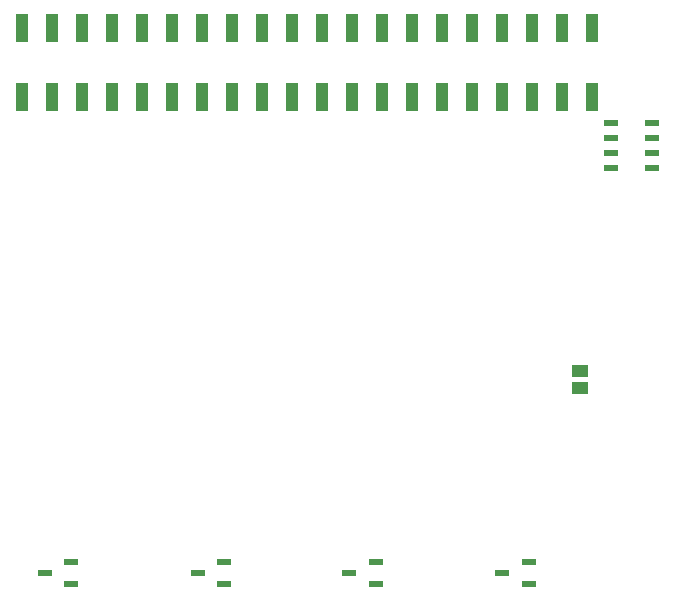
<source format=gbp>
G04 Layer_Color=128*
%FSLAX25Y25*%
%MOIN*%
G70*
G01*
G75*
%ADD11R,0.05512X0.04331*%
%ADD32R,0.05000X0.02362*%
%ADD33R,0.03925X0.09450*%
%ADD34R,0.04528X0.02362*%
D11*
X486000Y287453D02*
D03*
Y281547D02*
D03*
D32*
X496500Y370000D02*
D03*
X510000D02*
D03*
Y365000D02*
D03*
Y360000D02*
D03*
Y355000D02*
D03*
X496500Y365000D02*
D03*
Y360000D02*
D03*
Y355000D02*
D03*
D33*
X450000Y378500D02*
D03*
X390000D02*
D03*
X490000D02*
D03*
X480000D02*
D03*
X470000D02*
D03*
X440000D02*
D03*
X430000D02*
D03*
X410000D02*
D03*
X400000D02*
D03*
X360000D02*
D03*
X370000D02*
D03*
X330000D02*
D03*
X350000D02*
D03*
X310000D02*
D03*
X320000D02*
D03*
X460000D02*
D03*
X420000D02*
D03*
X380000D02*
D03*
X340000D02*
D03*
X300000D02*
D03*
X490000Y401500D02*
D03*
X480000D02*
D03*
X470000D02*
D03*
X460000D02*
D03*
X450000D02*
D03*
X440000D02*
D03*
X430000D02*
D03*
X420000D02*
D03*
X410000D02*
D03*
X400000D02*
D03*
X390000D02*
D03*
X380000D02*
D03*
X360000D02*
D03*
X350000D02*
D03*
X340000D02*
D03*
X330000D02*
D03*
X320000D02*
D03*
X310000D02*
D03*
X370000D02*
D03*
X300000D02*
D03*
D34*
X460071Y220000D02*
D03*
X468929Y216260D02*
D03*
Y223740D02*
D03*
X409071Y220000D02*
D03*
X417929Y216260D02*
D03*
Y223740D02*
D03*
X358571Y220000D02*
D03*
X367429Y216260D02*
D03*
Y223740D02*
D03*
X307571Y220000D02*
D03*
X316429Y216260D02*
D03*
Y223740D02*
D03*
M02*

</source>
